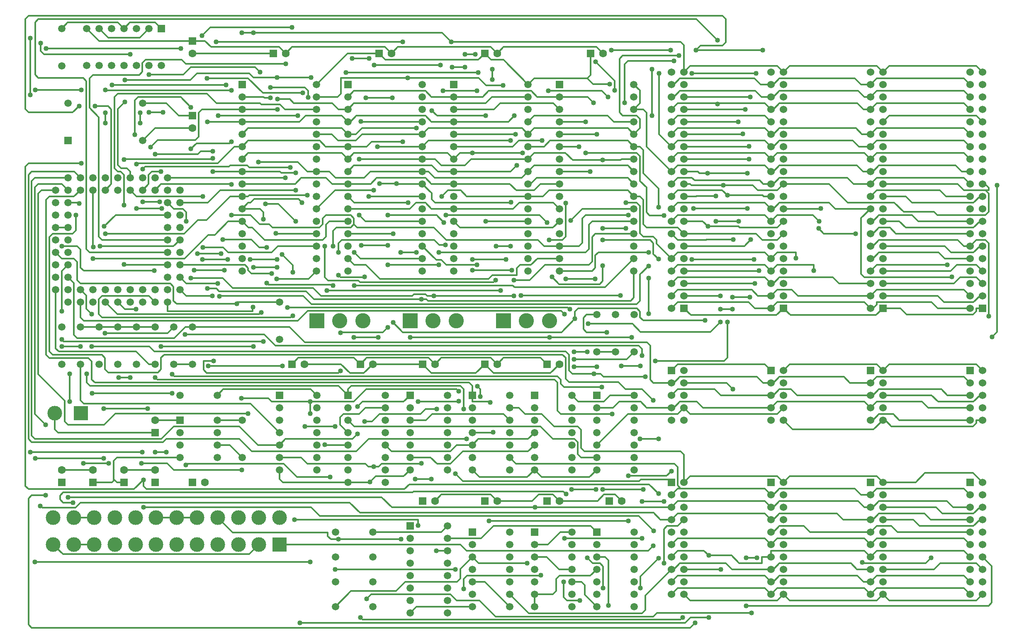
<source format=gbr>
G04 DipTrace 2.3.1.0*
%INTop.gbr*%
%MOIN*%
%ADD13C,0.013*%
%ADD15C,0.063*%
%ADD16R,0.063X0.063*%
%ADD17R,0.122X0.122*%
%ADD18C,0.122*%
%ADD19C,0.06*%
%ADD20R,0.06X0.06*%
%ADD21C,0.0591*%
%ADD22C,0.0591*%
%ADD23R,0.1181X0.1181*%
%ADD24C,0.1181*%
%ADD25R,0.0591X0.0591*%
%ADD26C,0.04*%
%FSLAX44Y44*%
G04*
G70*
G90*
G75*
G01*
%LNTop*%
%LPD*%
X58133Y30396D2*
D13*
X58692Y29837D1*
X65573D1*
X66133Y30396D1*
X31133Y37396D2*
X29627D1*
X29367Y37136D1*
Y36146D1*
X29107Y35886D1*
X24448D1*
X23448Y36886D1*
X23142D1*
X22633Y37396D1*
X39633D2*
X40142Y36886D1*
X47623D1*
X48133Y37396D1*
X34341Y35450D2*
X32198D1*
X38856Y37302D2*
X38271Y37886D1*
X34341D1*
X48633Y32755D2*
X51004D1*
X74133Y30396D2*
X75550D1*
X76045Y29901D1*
X81368D1*
X81627Y30161D1*
Y30396D1*
X82133D1*
X66133D2*
X66692Y29837D1*
X73573D1*
X74133Y30396D1*
X22633Y37396D2*
X21520D1*
X20424Y36300D1*
X19909D1*
X17995Y34386D1*
X10638D1*
X61073Y29279D2*
X60288Y28495D1*
X54649D1*
X53994Y29149D1*
X50451D1*
X31133Y38396D2*
X36115D1*
X36605Y38886D1*
X37362D1*
X37852Y38396D1*
X39633D1*
X24337Y37562D2*
Y38136D1*
X24077Y38396D1*
X22633D1*
X62047Y31293D2*
X63444D1*
X61073Y30319D2*
X62047D1*
X24175Y30059D2*
X24022Y29906D1*
X12623D1*
X11633Y30896D1*
X61073Y31390D2*
X59150D1*
X59144Y31396D1*
X58133D1*
X74133D2*
X78542D1*
X79047Y30891D1*
X81422D1*
X81927Y31396D1*
X82133D1*
X39633Y38396D2*
X44422D1*
X44912Y38886D1*
X47642D1*
X48133Y38396D1*
X22633D2*
X23123Y38886D1*
X23295D1*
X23600Y39191D1*
X27158D1*
X27455Y38893D1*
X82133Y31396D2*
D3*
X11637Y36392D2*
X17974D1*
X19083Y37502D1*
X19765D1*
X21660Y39396D1*
X22633D1*
X74133Y32396D2*
X79831D1*
X80326Y32891D1*
X81638D1*
X82133Y32396D1*
X31133Y39396D2*
X31635Y38893D1*
X35965D1*
X58133Y32396D2*
X63832D1*
X51621Y33826D2*
Y32592D1*
X51361Y32332D1*
X48113D1*
X47528Y32917D1*
X56103Y34346D2*
X55686Y34763D1*
Y35627D1*
X55426Y35886D1*
X51635D1*
X51621Y35873D1*
X39018Y37886D2*
X46554D1*
X47138Y37302D1*
X22633Y39396D2*
X23123D1*
X23204Y39478D1*
X27878D1*
X51621Y35873D2*
D3*
X22633Y40396D2*
X26895D1*
X27386Y40886D1*
X29377D1*
X29867Y40396D1*
X31133D1*
X57133Y30396D2*
X57627Y30891D1*
X63331D1*
X63826Y30396D1*
X65133D1*
X83322Y40290D2*
Y28500D1*
X82899Y28077D1*
X14106Y30319D2*
X13210D1*
X12633Y30896D1*
X5596Y18821D2*
X14593D1*
X5596Y52113D2*
Y47566D1*
X39633Y40396D2*
X44149D1*
X44659Y39886D1*
X46112D1*
X46622Y40396D1*
X48133D1*
X31133D2*
X32963D1*
X33453Y40886D1*
X37362D1*
X37852Y40396D1*
X39633D1*
X73133Y30396D2*
X73327D1*
X73627Y30696D1*
Y30891D1*
X78040D1*
X78535Y30396D1*
X81133D1*
X73133D2*
D3*
X65133D2*
X65627Y30891D1*
X72638D1*
X73133Y30396D1*
X31133Y41396D2*
X31623Y41886D1*
X37882D1*
X38372Y41396D1*
X39633D1*
X48133D2*
X50612D1*
X74133Y33396D2*
X79571D1*
X80066Y33891D1*
X81638D1*
X82133Y33396D1*
X58133D2*
X64150D1*
X9884Y17911D2*
X11897D1*
X36777Y12909D2*
Y13396D1*
X26838D1*
X39633Y41396D2*
X44217D1*
X44702Y41882D1*
X22633Y41396D2*
X25679D1*
X25779Y41297D1*
X26936D1*
X20279Y41396D2*
X22633D1*
X20277Y42466D2*
D3*
X13137Y42374D2*
X20185D1*
X20277Y42466D1*
X22633Y42396D2*
X23123Y42886D1*
X30642D1*
X31133Y42396D1*
X45027Y31423D2*
X53050D1*
X57133Y31396D2*
X57627Y31891D1*
X63591D1*
X64086Y31396D1*
X65133D1*
X18523Y43213D2*
X18966Y43656D1*
X21630D1*
X21771Y43798D1*
X14138Y38406D2*
X16185D1*
X41779Y23303D2*
Y23887D1*
X41552Y24115D1*
X41130Y34314D2*
X43825D1*
X41130Y42888D2*
X45157D1*
X39633Y42396D2*
X40125Y42888D1*
X41130D1*
X31133Y42396D2*
X31623Y42886D1*
X39142D1*
X39633Y42396D1*
X73133Y31396D2*
X73627Y31891D1*
X80638D1*
X81133Y31396D1*
X65133D2*
X65627Y31891D1*
X66797D1*
X67292Y31396D1*
X73133D1*
X35543Y43798D2*
X33043D1*
X32641Y43396D1*
X31133D1*
X58766Y34314D2*
X63768D1*
X36647Y34898D2*
X35381D1*
X36550Y16644D2*
X37849D1*
X39633Y43396D2*
X44361D1*
X44860Y43895D1*
X46749D1*
X48133Y43396D2*
X49684D1*
X49704Y43376D1*
X14138Y41979D2*
D3*
X22633Y43396D2*
X22019D1*
X20672Y42049D1*
X14209D1*
X14138Y41979D1*
X31133Y43396D2*
X29352D1*
X28862Y43886D1*
X23123D1*
X22633Y43396D1*
X49704Y43376D2*
D3*
X39633Y44396D2*
X44591D1*
X44605Y44383D1*
X48133Y44396D2*
X51120D1*
X51134Y44383D1*
X22633Y44396D2*
X23123Y44886D1*
X30642D1*
X31133Y44396D1*
X57133Y32396D2*
X57627Y32891D1*
X64638D1*
X65133Y32396D1*
X11508Y22328D2*
X15048D1*
X6018Y18333D2*
X11508D1*
X9721Y47955D2*
X6018D1*
X21771Y47923D2*
X11670D1*
X11637Y47955D1*
X44605Y44383D2*
D3*
X51134D2*
D3*
X31133Y44396D2*
X31770D1*
X32276Y44902D1*
X36647D1*
X65133Y32396D2*
X65327D1*
X65822Y32891D1*
X70114D1*
X70609Y32396D1*
X73133D1*
X65133D2*
D3*
X11637Y47955D2*
D3*
X58133Y35396D2*
X63000D1*
X63509Y35905D1*
X45617Y43396D2*
X46898D1*
X47389Y43886D1*
X53627D1*
X54117Y43396D1*
X33497Y43376D2*
D3*
X19400Y52308D2*
X20082Y52990D1*
X26643D1*
X14626Y38958D2*
X15990D1*
X74133Y35396D2*
X79106D1*
X79611Y34891D1*
X81422D1*
X81927Y35396D1*
X82133D1*
X54117Y43396D2*
X54607D1*
X54867Y43136D1*
Y41249D1*
X56103Y40013D1*
Y38536D1*
X37117Y43396D2*
X37616Y43895D1*
X44215D1*
X33497Y43376D2*
X33517Y43396D1*
X37117D1*
X82133Y35396D2*
D3*
X73133Y33396D2*
X73628Y33891D1*
X79294D1*
X26708Y29799D2*
X26556Y29646D1*
X11383D1*
X11123Y29906D1*
Y31127D1*
X11383Y31386D1*
X15142D1*
X15633Y30896D1*
X25831Y34736D2*
X26708Y33859D1*
Y33274D1*
X57133Y33396D2*
X57627Y33891D1*
X64638D1*
X65133Y33396D1*
X51621Y36815D2*
X53472D1*
X51621Y42304D2*
X53039D1*
X53131Y42396D1*
X54117D1*
X45617D2*
X46107Y42886D1*
X48623D1*
X49205Y42304D1*
X51621D1*
X37117Y42396D2*
X38132D1*
X38641Y41886D1*
X40524D1*
X41034Y42396D1*
X45617D1*
X32040D2*
X37117D1*
X68575Y33404D2*
D3*
X65133Y33396D2*
X65627Y33891D1*
X68583D1*
Y33604D1*
X68575Y33597D1*
Y33404D1*
X66133Y36396D2*
X65627Y35891D1*
X64438D1*
X63933Y36396D1*
X58133D1*
X37117Y39396D2*
X32830D1*
X32815Y39381D1*
X30379Y33047D2*
X30536Y32890D1*
X32430D1*
X32457Y32917D1*
X16120Y27330D2*
X23525D1*
X45617Y39396D2*
X40684D1*
X40194Y39886D1*
X39167D1*
X38661Y39381D1*
X54117Y39396D2*
X53627Y39886D1*
X47291D1*
X46801Y39396D1*
X45617D1*
X58133Y36396D2*
X57638Y36891D1*
X55127D1*
X54867Y37151D1*
Y39136D1*
X54607Y39396D1*
X54117D1*
X32815Y39381D2*
D3*
X32457Y32917D2*
D3*
X54117Y41396D2*
X53627Y41886D1*
X46107D1*
X45617Y41396D1*
X23493Y30481D2*
D3*
X67146Y34411D2*
D3*
X73133Y34396D2*
D3*
X28617Y41396D2*
X27867D1*
X27122Y42141D1*
X23948D1*
X37117Y41396D2*
X32944D1*
X32434Y40886D1*
X30137D1*
X29627Y41396D1*
X28617D1*
X45617D2*
X45107Y40886D1*
X38122D1*
X37612Y41396D1*
X37117D1*
X23481Y30469D2*
Y30166D1*
X16633D1*
Y30896D1*
X57133Y34396D2*
X55946Y35583D1*
Y35886D1*
X55686Y36146D1*
X54867D1*
X54607Y36406D1*
Y38634D1*
X54347Y38893D1*
X53472D1*
X65133Y34396D2*
X64638Y34891D1*
X57627D1*
X57133Y34396D1*
X67146Y34411D2*
Y34609D1*
X67149Y34611D1*
Y34891D1*
X65627D1*
X65133Y34396D1*
X73133D2*
X73327D1*
X73822Y34891D1*
X78603D1*
X79098Y34396D1*
X81133D1*
X20245Y31390D2*
X18138D1*
X17633Y31896D1*
X44508Y45877D2*
X44027Y45396D1*
X39633D1*
X73133Y35396D2*
D3*
X48133Y45396D2*
X50217D1*
X56525Y37854D2*
X55386D1*
X55127Y38114D1*
Y40112D1*
X54607Y40631D1*
Y42629D1*
X54347Y42888D1*
X50224D1*
X22633Y45396D2*
X19862D1*
X31133D2*
X30642Y45886D1*
X27738D1*
X27248Y45396D1*
X22633D1*
X31133D2*
D3*
X39633D2*
X37852D1*
X37362Y45886D1*
X31818D1*
X31327Y45396D1*
X31133D1*
X81133Y35396D2*
X81627Y35891D1*
X82380D1*
X82639Y35631D1*
Y29766D1*
X73133Y35396D2*
X73327D1*
X73822Y35891D1*
X80130D1*
X80625Y35396D1*
X81133D1*
X28617Y44396D2*
X29825D1*
X30334Y43886D1*
X31775D1*
X32285Y44396D1*
X37117D1*
X66133Y37396D2*
X65627Y36891D1*
X62615D1*
X62529Y36977D1*
X60066D1*
X19823Y48897D2*
X23123D1*
X24292Y47728D1*
X27520D1*
X6863Y51301D2*
X17711D1*
X15568Y33404D2*
X9902D1*
X9642Y33664D1*
Y35127D1*
X9383Y35386D1*
X8131D1*
X74133Y37396D2*
X75453D1*
X75958Y36891D1*
X81422D1*
X81927Y37396D1*
X82133D1*
X54117Y44396D2*
X54607Y44886D1*
Y45627D1*
X54347Y45886D1*
X53217D1*
X52958Y46146D1*
Y50456D1*
X53217Y50716D1*
X57727D1*
X45617Y44396D2*
X46107Y44886D1*
X53627D1*
X54117Y44396D1*
X37117D2*
X37607Y44886D1*
X45127D1*
X45617Y44396D1*
X60066Y36977D2*
X59646Y37396D1*
X58133D1*
X82133D2*
D3*
X62112Y35905D2*
X59955D1*
X59941Y35891D1*
X57638D1*
X57133Y36396D1*
X71953Y36392D2*
X69387D1*
X68965Y36815D1*
X39633Y46396D2*
X42885D1*
X43375Y46886D1*
X47642D1*
X48133Y46396D1*
X27098Y45877D2*
X24320D1*
X24310Y45886D1*
X20709D1*
X20699Y45877D1*
X20667Y32397D2*
X18132D1*
X17633Y32896D1*
X37117Y45396D2*
X32191D1*
X32165Y45422D1*
X73133Y36396D2*
D3*
X32165Y45422D2*
D3*
X73133Y36396D2*
X73327D1*
X73822Y36891D1*
X74691D1*
X75186Y36396D1*
X81133D1*
X25474Y46396D2*
X22633D1*
X25474Y47208D2*
X26464D1*
X26786Y46886D1*
X29878D1*
X30368Y46396D1*
X31133D1*
X52043Y47403D2*
X51556Y47890D1*
X47236D1*
X66133Y38396D2*
X69118D1*
X69128Y38406D1*
X58896D2*
X63249D1*
X22633Y46396D2*
X19402D1*
X19142Y46136D1*
Y44176D1*
X18883Y43916D1*
X15848D1*
X15275Y43343D1*
X31133Y46396D2*
X31623Y46886D1*
X42211D1*
X42721Y47396D1*
X45617D1*
X57133Y37396D2*
X57627Y37891D1*
X64638D1*
X65133Y37396D1*
X24922Y47306D2*
X24435D1*
X24344Y47396D1*
X22633D1*
X27943Y47338D2*
Y47890D1*
X27683Y48150D1*
X24922D1*
X31133Y47396D2*
X31623Y47886D1*
X37362D1*
X37852Y47396D1*
X39633D1*
X25019Y33177D2*
X23383D1*
X23123Y33437D1*
Y33636D1*
X22863Y33896D1*
X17633D1*
X57337Y50294D2*
X53635D1*
X53375Y50034D1*
Y46916D1*
X73133Y37396D2*
D3*
X65133D2*
X65627Y37891D1*
X68506D1*
X68998Y37399D1*
X48133Y47396D2*
X50393D1*
X50874Y46916D1*
X39633Y47396D2*
X41961D1*
X42452Y47886D1*
X45862D1*
X46352Y47396D1*
X48133D1*
X73133Y37396D2*
X73327D1*
X73822Y37891D1*
X76483D1*
X76977Y37396D1*
X81133D1*
X60715Y39413D2*
X59155D1*
X59139Y39396D1*
X58133D1*
X13132Y33924D2*
D3*
X28617Y46396D2*
X26066D1*
X25672Y46791D1*
X24178D1*
X24082Y46886D1*
X20560D1*
X19801Y47646D1*
X12642D1*
X12383Y47386D1*
Y41646D1*
X12642Y41386D1*
X12872D1*
X13132Y41127D1*
Y38698D1*
X32587Y47306D2*
X34698D1*
X62534Y37399D2*
X60715D1*
X74133Y39396D2*
X75969D1*
X76474Y38891D1*
X81422D1*
X81927Y39396D1*
X82133D1*
X13132Y33924D2*
X13159Y33896D1*
X16633D1*
X82133Y39396D2*
D3*
X20797Y31358D2*
D3*
X57133Y38396D2*
X57627Y38891D1*
X64638D1*
X65133Y38396D1*
X20797Y31358D2*
X20825Y31386D1*
X27540D1*
X28205Y30721D1*
X54347D1*
X54607Y30981D1*
Y33110D1*
X55291Y33794D1*
X79684Y32917D2*
D3*
X73133Y38396D2*
X72378Y37642D1*
Y33151D1*
X72638Y32891D1*
X79658D1*
X79684Y32917D1*
X65133Y38396D2*
X65327D1*
X65822Y38891D1*
X69801D1*
X70296Y38396D1*
X73133D1*
X65133D2*
D3*
X58133Y40396D2*
X58630D1*
X58737Y40290D1*
X61300D1*
X60845Y51950D2*
X59149Y53646D1*
X6251D1*
X5991Y53386D1*
Y49180D1*
X6251Y48921D1*
X9863D1*
X10123Y48661D1*
Y35156D1*
X10383Y34896D1*
X16633D1*
X66133Y40396D2*
X69803D1*
X71308Y38891D1*
X75053D1*
X75793Y38151D1*
X78237D1*
X78497Y37891D1*
X82368D1*
X82627Y38151D1*
Y39631D1*
X82368Y39891D1*
X80630D1*
X80125Y40396D1*
X74133D1*
X82368Y39891D2*
X82627D1*
Y40096D1*
X82327Y40396D1*
X82133D1*
X61300Y40290D2*
X63659D1*
X64058Y39891D1*
X65627D1*
X66133Y40396D1*
X82133D2*
D3*
X63249Y41264D2*
X60033D1*
X26124Y50067D2*
X18100D1*
X17773Y50394D1*
X14883D1*
X14623Y50135D1*
Y49422D1*
X14363Y49162D1*
X10642D1*
X10383Y48902D1*
Y46506D1*
X11123Y45765D1*
Y36156D1*
X11383Y35896D1*
X16633D1*
X33237Y49969D2*
X38564D1*
X31613Y28045D2*
X33562D1*
X60033Y41264D2*
X59389D1*
X59257Y41396D1*
X58133D1*
X81133Y40396D2*
X80638Y40891D1*
X73627D1*
X73133Y40396D1*
X25864Y25739D2*
X19920D1*
X27683Y20899D2*
X30119D1*
X65133Y40396D2*
X64522D1*
X64234Y40685D1*
X58993D1*
X58787Y40891D1*
X57627D1*
X57133Y40396D1*
X65133D2*
D3*
X73133D2*
X71774D1*
X71279Y40891D1*
X65822D1*
X65327Y40396D1*
X65133D1*
X18101Y17781D2*
X18206Y17886D1*
X25959D1*
X27039Y16807D1*
X29697D1*
X10143Y25122D2*
Y24406D1*
X10403Y24146D1*
X30383D1*
X31133Y23396D1*
X57133Y16396D2*
X56912Y16617D1*
X54680D1*
X54550Y16487D1*
X40377D1*
X39765Y17099D1*
X10663Y35321D2*
D3*
X31133Y23396D2*
Y23886D1*
X31392Y24146D1*
X40188D1*
X40448Y23886D1*
Y22296D1*
X10663Y35321D2*
X10633Y35351D1*
Y39896D1*
X58133Y13396D2*
X57627Y12891D1*
X56785D1*
X56525Y12631D1*
Y9888D1*
X6830Y15345D2*
X5717D1*
X5457Y15085D1*
Y4946D1*
X5717Y4686D1*
X58631D1*
X59026Y5081D1*
X6830Y21029D2*
X5977Y21883D1*
Y40127D1*
X6237Y40386D1*
X8142D1*
X8633Y39896D1*
X74133Y13396D2*
X76562D1*
X77067Y12891D1*
X81422D1*
X81927Y13396D1*
X82133D1*
X13651Y24829D2*
X12709D1*
X55713Y12487D2*
X54506Y13694D1*
X28862D1*
X28185Y14371D1*
X14723D1*
X9721Y42044D2*
X5457D1*
X5198Y41784D1*
Y16097D1*
X5457Y15837D1*
X13949D1*
X14691Y16579D1*
X9526Y38828D2*
D3*
X65133Y12396D2*
D3*
X14691Y16579D2*
Y16097D1*
X14950Y15837D1*
X35678D1*
X36068Y16227D1*
X55351D1*
X56103Y15475D1*
X9526Y38828D2*
X9458Y38896D1*
X8633D1*
X73133Y12396D2*
X73627Y12891D1*
X74799D1*
X75294Y12396D1*
X81133D1*
X65133D2*
X65327D1*
X65822Y12891D1*
X67762D1*
X68257Y12396D1*
X73133D1*
X9266Y37886D2*
Y36646D1*
X9007Y36386D1*
X7402D1*
X7142Y36127D1*
Y26906D1*
X7402Y26646D1*
X11363D1*
X11623Y26386D1*
Y25484D1*
X11883Y25224D1*
X15863D1*
X16123Y25484D1*
Y26406D1*
X16383Y26666D1*
X48383D1*
X48642Y26406D1*
Y24705D1*
X48902Y24445D1*
X52889D1*
X53447Y23886D1*
X54772D1*
X55681Y22978D1*
X66133Y21396D2*
X66887Y20642D1*
X73378D1*
X74133Y21396D1*
X74327D1*
X74822Y20901D1*
X81368D1*
X81627Y21161D1*
Y21396D1*
X82133D1*
X74133D2*
D3*
X14633Y46896D2*
X16552D1*
X17552Y45896D1*
X18633D1*
X51133Y10396D2*
X51816D1*
X52075Y10136D1*
Y6478D1*
X57133Y23396D2*
X57627Y23891D1*
X60616D1*
X61110Y23396D1*
X65133D1*
X38240Y10896D2*
X39125D1*
X73133Y23396D2*
X73327D1*
X73822Y23891D1*
X78828D1*
X79323Y23396D1*
X81133D1*
X73133D2*
D3*
X65133D2*
X65327D1*
X65822Y23891D1*
X66739D1*
X67234Y23396D1*
X73133D1*
X65133D2*
D3*
X49125Y12396D2*
X48194D1*
X47194Y11396D1*
X46133D1*
X58133Y24396D2*
X61571D1*
X62079Y23887D1*
X51621Y15832D2*
X54869D1*
X51069D2*
X49120D1*
X58133Y7396D2*
X58627Y6901D1*
X65638D1*
X66133Y7396D1*
X58052Y5504D2*
X57889Y5341D1*
X32295D1*
X32133Y5504D1*
X74133Y7396D2*
X74627Y6901D1*
X81638D1*
X82133Y7396D1*
X66133D2*
X66627Y6901D1*
X73638D1*
X74133Y7396D1*
X29283Y19396D2*
X31133D1*
X53667Y13299D2*
X42461D1*
X57142Y17294D2*
X56753Y16904D1*
X53667D1*
X73133Y21396D2*
X73327D1*
X73822Y21891D1*
X74960D1*
X75455Y21396D1*
X81133D1*
X49055Y37464D2*
X49987Y38396D1*
X54117D1*
X34125Y19396D2*
X34635Y18886D1*
X39360D1*
X39870Y19396D1*
X41133D1*
X41623Y19886D1*
X45623D1*
X46133Y20396D1*
X40025Y22913D2*
D3*
X36783Y22886D2*
X39999D1*
X40025Y22913D1*
X33204Y39900D2*
X30121D1*
X28617Y38396D1*
X38271Y22296D2*
X37377D1*
X36967Y21886D1*
X33673D1*
X33076Y21289D1*
X32457D1*
X22616Y52568D2*
X23525D1*
X40545Y49774D2*
X39506D1*
X74133Y49396D2*
X74627Y49891D1*
X81638D1*
X82133Y49396D1*
X66133D2*
X66627Y49891D1*
X73638D1*
X74133Y49396D1*
X58133D2*
X58627Y49891D1*
X65638D1*
X66133Y49396D1*
X39441Y51821D2*
X57873D1*
X58133Y51561D1*
Y49396D1*
X23525Y52568D2*
X38694D1*
X39441Y51821D1*
X10793Y46656D2*
X11863D1*
X12123Y46396D1*
Y40386D1*
X11633Y39896D1*
X64483Y51138D2*
X59091D1*
X38986Y35483D2*
X38478D1*
X38075Y35886D1*
X30638D1*
X30379Y35627D1*
Y34898D1*
X23265Y34314D2*
X25442D1*
X59091Y51138D2*
X59486Y51533D1*
X61240D1*
X61500Y51793D1*
Y53646D1*
X61240Y53906D1*
X5457D1*
X5198Y53646D1*
Y46406D1*
X5457Y46146D1*
X9016D1*
X9526Y46656D1*
X57077Y51138D2*
X52303D1*
X21479Y34314D2*
X19433D1*
X30541Y25349D2*
X30379Y25187D1*
X19785D1*
X19525Y25447D1*
Y26161D1*
X20342D1*
X34341Y28857D2*
X33924Y28440D1*
X30546D1*
X38434Y33891D2*
X34341D1*
X12157Y48345D2*
X21349D1*
X11637Y45292D2*
Y46104D1*
X58766Y49287D2*
X63931D1*
X28105Y21906D2*
Y22886D1*
X25010D1*
X24756Y23140D1*
X22583D1*
X25409Y32755D2*
X27975D1*
X28617Y33396D1*
X58133Y47396D2*
X63469D1*
X44313Y33469D2*
X41130D1*
X14431Y46104D2*
Y45292D1*
X6441Y51723D2*
Y51073D1*
X6700Y50814D1*
X13651D1*
X28105Y9986D2*
X5986D1*
X28105Y22886D2*
X31623D1*
X32623Y23886D1*
X39864D1*
X40025Y23725D1*
X43403Y31813D2*
X29437D1*
X57133Y48396D2*
D3*
X23525Y33697D2*
X25442D1*
X19043Y34801D2*
X20927D1*
X14009Y44350D2*
Y47127D1*
X14268Y47386D1*
X17696D1*
X18523Y46559D1*
X73133Y48396D2*
X73627Y48891D1*
X80638D1*
X81133Y48396D1*
X65133D2*
X65327D1*
X65822Y48891D1*
X71883D1*
X72378Y48396D1*
X73133D1*
X65133D2*
D3*
X57133D2*
X57327D1*
X57822Y48891D1*
X63818D1*
X64313Y48396D1*
X65133D1*
X42754Y49612D2*
Y48800D1*
X55583Y45877D2*
Y49612D1*
X28617Y35396D2*
X25502D1*
X24992Y34886D1*
X21523D1*
X21121Y35288D1*
X19465D1*
X29274Y35385D2*
Y32890D1*
X29534Y32630D1*
X31973D1*
X32108Y32495D1*
X42851D1*
X43013Y32657D1*
X58133Y46396D2*
X63086D1*
X44215Y35385D2*
X43046D1*
X19459Y39386D2*
X14142D1*
X13633Y39896D1*
X28170Y48962D2*
X25442D1*
X13197Y46981D2*
X12642Y46427D1*
Y41906D1*
X12902Y41646D1*
X13373D1*
X13633Y41386D1*
Y40896D1*
X57133Y47396D2*
D3*
X41617Y49352D2*
X30963D1*
X25344Y36425D2*
D3*
X25442Y48962D2*
X23548D1*
X23218Y49292D1*
X18996D1*
X18471Y48767D1*
X13197D1*
X73133Y47396D2*
X73627Y47891D1*
X80638D1*
X81133Y47396D1*
X65133D2*
X65327D1*
X65822Y47891D1*
X72130D1*
X72625Y47396D1*
X73133D1*
X65133D2*
D3*
X57133D2*
X57327D1*
X57822Y47891D1*
X63883D1*
X64378Y47396D1*
X65133D1*
X52568Y47928D2*
Y48697D1*
X51036Y50229D1*
X25344Y36425D2*
X25373Y36396D1*
X28617D1*
X26936Y37399D2*
X25539Y38796D1*
X24500D1*
X74133Y45396D2*
X74627Y45891D1*
X81638D1*
X82133Y45396D1*
X24077Y49385D2*
X23683Y49779D1*
X18491D1*
X17901Y49190D1*
X15145D1*
X16282Y46169D2*
X15145D1*
X16120Y41394D2*
X15383D1*
X15123Y41135D1*
Y40386D1*
X14633Y39896D1*
X37882Y46299D2*
X38294Y45886D1*
X42192D1*
X42201Y45877D1*
X31483Y50489D2*
X32847D1*
X62495Y45396D2*
X58133D1*
X42204Y37396D2*
X45617D1*
X14626Y41589D2*
X14826Y41789D1*
X21563D1*
X21660Y41886D1*
X23039D1*
X23206Y41719D1*
X26513D1*
X81133Y46396D2*
X80638Y46891D1*
X73627D1*
X73133Y46396D1*
X34763Y29247D2*
X35548Y28462D1*
X48303D1*
X49380Y29539D1*
X31133Y36396D2*
X34760D1*
X60845Y46819D2*
X60773Y46891D1*
X57627D1*
X57133Y46396D1*
X60845Y46819D2*
D3*
X65133Y46396D2*
X64638Y46891D1*
X60918D1*
X60845Y46819D1*
X65133Y46396D2*
D3*
X73133D2*
X72559D1*
X72064Y46891D1*
X65822D1*
X65327Y46396D1*
X65133D1*
X49380Y29539D2*
Y30127D1*
X49639Y30386D1*
X54363D1*
X54623Y30127D1*
Y29666D1*
X54883Y29406D1*
X59835D1*
X53667Y37886D2*
X50241D1*
X49982Y37627D1*
Y35656D1*
X49722Y35396D1*
X48133D1*
X58133Y44396D2*
X62840D1*
X62859Y44415D1*
X21771Y40355D2*
D3*
X48133Y35396D2*
X46891D1*
X46401Y35886D1*
X39036D1*
X38036Y36886D1*
X31883D1*
X31623Y37146D1*
Y37627D1*
X31363Y37886D1*
X29367D1*
X29107Y37627D1*
Y37146D1*
X28847Y36886D1*
X25079D1*
X24819Y37146D1*
X24053D1*
X23312Y37886D1*
X21771D1*
X31623Y37146D2*
X31363Y36886D1*
X30216D1*
X29956Y36627D1*
Y35385D1*
X62859Y44415D2*
D3*
X21771Y40355D2*
X21740Y40386D1*
X16123D1*
X15633Y39896D1*
X48633Y38861D2*
Y36146D1*
X48373Y35886D1*
X47315D1*
X47301Y35873D1*
X31133Y34396D2*
X31642Y33886D1*
X32573D1*
X33705Y32755D1*
X42448D1*
X42745Y33052D1*
X44708D1*
Y33627D1*
X44967Y33886D1*
X45852D1*
X46362Y34396D1*
X48133D1*
X57133Y45396D2*
X57627Y45891D1*
X64638D1*
X65133Y45396D1*
X24597Y32430D2*
X24754Y32273D1*
X29919D1*
X29956Y32235D1*
X21089Y35905D2*
X23380D1*
X23997Y35288D1*
X24597D1*
X15633Y42791D2*
X19067D1*
X19294Y43018D1*
X20277D1*
X47301Y35873D2*
D3*
X29956Y32235D2*
D3*
X54117Y33396D2*
Y31241D1*
X53857Y30981D1*
X37582D1*
X37432Y31131D1*
X37037D1*
X58133Y43396D2*
X63367D1*
X63379Y43408D1*
X37037Y31131D2*
X28392D1*
X27770Y31753D1*
X20783D1*
X20561Y31975D1*
X19855D1*
X31645Y34898D2*
X32147Y34396D1*
X37117D1*
X26091Y40875D2*
D3*
X57133Y44396D2*
X57627Y44891D1*
X64638D1*
X65133Y44396D1*
X54117Y34396D2*
X51793Y32073D1*
X44529D1*
X44367Y32235D1*
X31645D1*
X26091Y40875D2*
X26070Y40896D1*
X16633D1*
X73133Y44396D2*
X73627Y44891D1*
X80638D1*
X81133Y44396D1*
X65133D2*
X65327D1*
X65822Y44891D1*
X71958D1*
X72453Y44396D1*
X73133D1*
X65133D2*
D3*
X56135Y49287D2*
Y44393D1*
X57133Y43396D1*
X41357Y50814D2*
X40545D1*
X20537Y51821D2*
X35543D1*
X41519Y33891D2*
X39026D1*
X38631Y34286D1*
X38227D1*
X37117Y35396D1*
X38759Y47890D2*
X41519D1*
X73133Y43396D2*
X73627Y43891D1*
X80638D1*
X81133Y43396D1*
X65133D2*
X65327D1*
X65822Y43891D1*
X71698D1*
X72193Y43396D1*
X73133D1*
X65133D2*
D3*
X57133D2*
X57627Y43891D1*
X64638D1*
X65133Y43396D1*
X44475Y31390D2*
X38044D1*
X18134Y37399D2*
Y38127D1*
X17874Y38386D1*
X17142D1*
X16633Y38896D1*
X58133Y42396D2*
X63374D1*
X54117Y36396D2*
X51021D1*
X50761Y36136D1*
Y34146D1*
X50501Y33886D1*
X46981D1*
X45752Y32657D1*
X44475D1*
X38044Y31390D2*
X37499D1*
X37364Y31525D1*
X36450D1*
X36315Y31390D1*
X28963D1*
X28341Y32013D1*
X21869D1*
X21062Y32820D1*
X18523D1*
X57133Y42396D2*
X57627Y42891D1*
X64638D1*
X65133Y42396D1*
X54117Y37396D2*
X50761D1*
X50501Y37136D1*
Y35158D1*
X50241Y34898D1*
X38434D1*
X26936Y39900D2*
X20864D1*
X19860Y38896D1*
X17633D1*
X37117Y37396D2*
X32525D1*
X32035Y37886D1*
X73133Y42396D2*
X73627Y42891D1*
X80638D1*
X81133Y42396D1*
X65133D2*
X65627Y42891D1*
X72638D1*
X73133Y42396D1*
X23103Y21906D2*
X12431D1*
X11549Y21024D1*
X8633D1*
X8373Y21284D1*
Y22963D1*
X6237Y25099D1*
Y39636D1*
X6497Y39896D1*
X7633D1*
X48957Y30319D2*
X48815Y30461D1*
X26299D1*
X26286Y30448D1*
X58133Y9396D2*
X61100D1*
X74133D2*
X78252D1*
X78747Y9891D1*
X81638D1*
X82133Y9396D1*
X40448Y7810D2*
Y8627D1*
X40707Y8886D1*
X46624D1*
X46651Y8914D1*
X30119Y9401D2*
X39765D1*
X46651Y8914D2*
D3*
X45547Y9888D2*
X41640D1*
X41133Y10396D1*
X40160Y9424D1*
Y8646D1*
X39900Y8386D1*
X35753D1*
X35012Y7646D1*
X31383D1*
X30133Y6396D1*
X36133Y21396D2*
X37404D1*
X37894Y21886D1*
X43635D1*
X44125Y21396D1*
X49315Y26291D2*
X53527D1*
X54133Y26896D1*
X57133Y7396D2*
X57627Y7891D1*
X64638D1*
X65133Y7396D1*
X49769Y6900D2*
X48730D1*
X48470Y7160D1*
Y8394D1*
X73133Y7396D2*
X73627Y7891D1*
X80638D1*
X81133Y7396D1*
X65133D2*
X65627Y7891D1*
X72638D1*
X73133Y7396D1*
X51946Y28467D2*
X50316D1*
X50057Y28727D1*
Y29636D1*
X50316Y29896D1*
X51133D1*
X54641Y7875D2*
Y8817D1*
X56103Y10278D1*
X82133Y10396D2*
X82887Y9642D1*
Y6705D1*
X82627Y6446D1*
X63151D1*
Y10311D2*
X63996D1*
X51653Y7875D2*
Y9627D1*
X51393Y9886D1*
X50811D1*
X50386Y10311D1*
X36133Y18396D2*
X37786D1*
X38296Y17886D1*
X39375D1*
X40375Y18886D1*
X45623D1*
X46133Y19396D1*
X73133Y9396D2*
X72053D1*
X71558Y9891D1*
X65822D1*
X65327Y9396D1*
X65133D1*
X57133D2*
X55036Y7300D1*
Y6121D1*
X54776Y5861D1*
X45660D1*
X44125Y7396D1*
X57133Y9396D2*
D3*
X65133D2*
X62009D1*
X61515Y9891D1*
X57822D1*
X57327Y9396D1*
X57133D1*
X65133D2*
D3*
X81133Y14396D2*
X79777D1*
X79282Y14891D1*
X73822D1*
X73327Y14396D1*
X73133D1*
X46164Y14371D2*
X34668D1*
X33856Y15183D1*
X8649D1*
X57133Y14396D2*
X54746D1*
X54720Y14371D1*
X46164D1*
X65133Y14396D2*
X64638Y14891D1*
X57627D1*
X57133Y14396D1*
X65133D2*
D3*
X73133D2*
X72625D1*
X72130Y14891D1*
X65822D1*
X65327Y14396D1*
X65133D1*
X73133D2*
D3*
X10533Y29929D2*
X10123Y30339D1*
Y31406D1*
X9633Y31896D1*
X55031Y24894D2*
X51683D1*
X51456Y25122D1*
X50906D1*
X74133Y23396D2*
X78055D1*
X78561Y22891D1*
X81422D1*
X81927Y23396D1*
X82133D1*
X50906Y25122D2*
X49162D1*
X48902Y25382D1*
Y26666D1*
X48642Y26926D1*
X15575D1*
X15170Y27330D1*
X10533D1*
X82133Y23396D2*
D3*
X51133Y22396D2*
X52451D1*
X52941Y22886D1*
X54665D1*
X55155Y22396D1*
X57133D1*
X48535Y29929D2*
X48262Y30201D1*
X27918D1*
X27103Y29386D1*
X9892D1*
X9633Y29646D1*
Y30896D1*
X50386Y26876D2*
X49315D1*
X73133Y22396D2*
X73627Y22891D1*
X77288D1*
X77783Y22396D1*
X81133D1*
X65133D2*
X65627Y22891D1*
X72638D1*
X73133Y22396D1*
X57133D2*
X57327D1*
X57822Y22891D1*
X59181D1*
X59676Y22396D1*
X65133D1*
X57133D2*
D3*
X66133D2*
X65627Y21891D1*
X58638D1*
X58133Y22396D1*
X16997Y23563D2*
X10566D1*
X51556Y24050D2*
X48509D1*
X48249Y24310D1*
Y24667D1*
X47989Y24927D1*
X17159D1*
X16997Y25089D1*
X58133Y22396D2*
X57627Y21891D1*
X53627D1*
X51133Y19396D1*
X9633Y25896D2*
Y22987D1*
X9892Y22727D1*
X23302D1*
X25633Y20396D1*
X57133Y8396D2*
X57627Y8891D1*
X64638D1*
X65133Y8396D1*
X73133D2*
X73627Y8891D1*
X80638D1*
X81133Y8396D1*
X65133D2*
X65327D1*
X65822Y8891D1*
X72075D1*
X72570Y8396D1*
X73133D1*
X65133D2*
D3*
X18036Y28272D2*
X24419D1*
X25305Y27386D1*
X54511D1*
X54771Y27127D1*
Y26583D1*
X57133Y25396D2*
X57627Y25891D1*
X64638D1*
X65133Y25396D1*
X17133Y28896D2*
X16638Y28402D1*
X11605D1*
X15633Y25896D2*
X15128D1*
X14118Y26906D1*
X7892D1*
X7633Y27166D1*
Y31896D1*
X66133Y25396D2*
X66627Y25891D1*
X73638D1*
X74133Y25396D1*
X15633Y24829D2*
X15795Y24667D1*
X47729D1*
X47989Y24407D1*
Y22146D1*
X48249Y21886D1*
X52355D1*
X52368Y21874D1*
X74133Y25396D2*
X74627Y25891D1*
X81638D1*
X82133Y25396D1*
X81133Y24396D2*
X80638Y24891D1*
X73627D1*
X73133Y24396D1*
X18633Y28896D2*
X18078D1*
X17167Y27985D1*
X9383D1*
X9123Y28245D1*
Y32406D1*
X8633Y32896D1*
X57133Y24396D2*
X55686D1*
X55426Y24656D1*
Y27386D1*
X55166Y27646D1*
X27687D1*
X26437Y28896D1*
X18633D1*
X57133Y24396D2*
D3*
X65133D2*
X64491D1*
X63996Y24891D1*
X57822D1*
X57327Y24396D1*
X57133D1*
X65133D2*
D3*
X73133D2*
X71486D1*
X70991Y24891D1*
X65822D1*
X65327Y24396D1*
X65133D1*
X42559Y22816D2*
D3*
X44125Y18396D2*
X44635Y17886D1*
X57368D1*
X57627Y17627D1*
Y16151D1*
X57887Y15891D1*
X64638D1*
X65133Y15396D1*
X57887Y15891D2*
X57627D1*
X57133Y15396D1*
X41133Y23396D2*
Y24146D1*
X40873Y24406D1*
X10798D1*
X10538Y24666D1*
Y26127D1*
X10278Y26386D1*
X7142D1*
X6883Y26646D1*
Y39127D1*
X7142Y39386D1*
X9123D1*
X9633Y39896D1*
X42559Y22816D2*
X42488Y22886D1*
X41133D1*
Y23396D1*
X73133Y15396D2*
X73627Y15891D1*
X80638D1*
X81133Y15396D1*
X65133D2*
X65327D1*
X65822Y15891D1*
X71883D1*
X72378Y15396D1*
X73133D1*
X65133D2*
D3*
X81133Y41396D2*
X80457D1*
X79962Y41891D1*
X73822D1*
X73327Y41396D1*
X73133D1*
X50633Y50896D2*
Y49146D1*
X50373Y48886D1*
X46107D1*
X45617Y48396D1*
X17633Y18396D2*
X12558D1*
X12298Y18136D1*
Y16656D1*
Y16526D1*
X12168Y16396D1*
X10633D1*
X27633Y25896D2*
X30581D1*
X31291Y25187D1*
X32423D1*
X33133Y25896D1*
Y12396D2*
X38625D1*
X39125Y12896D1*
X8133Y52896D2*
X8623Y53386D1*
X12642D1*
X13133Y52896D1*
X18636Y50900D2*
X24101D1*
X24105Y50896D1*
X25133D1*
X20633Y23396D2*
X21123Y23886D1*
X28135D1*
X28625Y23396D1*
X54125D2*
X52206D1*
X51696Y22886D1*
X49635D1*
X49125Y23396D1*
X38133Y14896D2*
X38642Y15406D1*
X42623D1*
X43133Y14896D1*
X20633Y21396D2*
X22633D1*
X49315Y25674D2*
X51134D1*
X10751Y13562D2*
X9097D1*
X9633Y28896D2*
X11133D1*
X52633Y26896D2*
X51133D1*
X18633Y25896D2*
X17133D1*
X8130Y27330D2*
X9624D1*
X50373Y48886D2*
X50849Y48410D1*
X52173D1*
X13133Y16396D2*
X12558D1*
X12298Y16656D1*
X54117Y46396D2*
X54607Y46886D1*
Y47906D1*
X54117Y48396D1*
X57133Y41396D2*
X55127Y43402D1*
Y46136D1*
X54867Y46396D1*
X54117D1*
X65133Y41396D2*
X64638Y41891D1*
X57627D1*
X57133Y41396D1*
X65133D2*
D3*
X73133D2*
X72541D1*
X72046Y41891D1*
X65822D1*
X65327Y41396D1*
X65133D1*
X73133D2*
D3*
X33633Y50896D2*
X31117D1*
X28617Y48396D1*
X42133Y50896D2*
X41623Y50386D1*
X34142D1*
X33633Y50896D1*
X45617Y48396D2*
X43627Y50386D1*
X42642D1*
X42133Y50896D1*
Y25896D2*
X42842Y25187D1*
X47423D1*
X48133Y25896D1*
X37133D2*
X37842Y25187D1*
X41423D1*
X42133Y25896D1*
X33133D2*
X37133D1*
X11216Y35386D2*
X17123D1*
X17633Y35896D1*
X13133Y52896D2*
X13623Y53386D1*
X15642D1*
X16133Y52896D1*
X48133Y14896D2*
X51209D1*
X51718Y15406D1*
X52623D1*
X53133Y14896D1*
X43133D2*
X45954D1*
X46463Y15406D1*
X47623D1*
X48133Y14896D1*
X14133Y28896D2*
X15633D1*
X12633D2*
X14133D1*
X11133D2*
X12633D1*
X51633Y50896D2*
X51123Y51406D1*
X43642D1*
X43133Y50896D1*
X25633Y17396D2*
Y16656D1*
X25892Y16396D1*
X31133D1*
X49125Y8396D2*
X49904D1*
X50164Y8136D1*
Y7365D1*
X51133Y6396D1*
X18633Y44896D2*
X15633D1*
X14633Y43896D1*
X46133Y10396D2*
X47115D1*
X48115Y9396D1*
X49125D1*
X51133Y17396D2*
X50543Y16807D1*
X46722D1*
X46133Y17396D1*
X47133Y25896D2*
X46623Y26406D1*
X43642D1*
X43133Y25896D1*
X36133Y5896D2*
X36633Y6396D1*
X41133D1*
X57133Y39396D2*
X57627Y39891D1*
X61211D1*
X61625Y39478D1*
Y29279D2*
Y26421D1*
X61365Y26161D1*
X55843D1*
X73133Y39396D2*
X73627Y39891D1*
X78707D1*
X79202Y39396D1*
X81133D1*
X21219Y33437D2*
X18783D1*
X15633Y17396D2*
X13133D1*
X10633D2*
X8133D1*
X15633Y21396D2*
X17633D1*
X15711Y13562D2*
X17365D1*
X8633Y36896D2*
X7633D1*
X55291Y34898D2*
X51281D1*
X51021Y34638D1*
Y33656D1*
X50761Y33396D1*
X48133D1*
X16633Y37896D2*
X12459D1*
X11540Y36977D1*
X18636Y51900D2*
X11129D1*
X10133Y52896D1*
X26133Y50896D2*
X25623Y51406D1*
X20129D1*
X19635Y51900D1*
X18636D1*
X34633Y50896D2*
X34123Y51406D1*
X26642D1*
X26133Y50896D1*
X43133D2*
X42623Y51406D1*
X35142D1*
X34633Y50896D1*
X32912Y16417D2*
X33382Y16886D1*
X35623D1*
X36133Y17396D1*
X32912Y16417D2*
D3*
X31133Y16396D2*
X32891D1*
X32912Y16417D1*
X46133Y17396D2*
X45543Y16807D1*
X41722D1*
X41133Y17396D1*
X32133Y25896D2*
X31623Y26406D1*
X27142D1*
X26633Y25896D1*
X38133D2*
X37623Y26406D1*
X32642D1*
X32133Y25896D1*
X43133D2*
X42623Y26406D1*
X38642D1*
X38133Y25896D1*
X61625Y39478D2*
X64471D1*
X64553Y39396D1*
X65133D1*
X17365Y13562D2*
X19018D1*
X15633Y20396D2*
X7847D1*
X7587Y20656D1*
Y21942D1*
X16542Y18821D2*
X15633D1*
X22633Y18396D2*
X21633Y19396D1*
X20633D1*
X14528Y17911D2*
X16620D1*
X17145Y17386D1*
X22611D1*
X15133Y52896D2*
X14396Y52160D1*
X11869D1*
X11133Y52896D1*
X51133Y18396D2*
X49875D1*
X49615Y18656D1*
Y19627D1*
X49355Y19886D1*
X47623D1*
X46623Y20886D1*
X31642D1*
X31133Y21396D1*
X51133Y12396D2*
X50642Y12886D1*
X42846D1*
X41856Y11896D1*
X39125D1*
X41133Y8396D2*
X42125D1*
X44125Y6396D1*
X46133D2*
Y7396D1*
X47615D1*
X47874Y7656D1*
Y8627D1*
X48134Y8886D1*
X50623D1*
X51133Y9396D1*
X35413Y11805D2*
X30379D1*
X29761D1*
X29502Y12065D1*
Y12357D1*
X21877D1*
X20672Y13562D1*
X10751Y11396D2*
X9097D1*
X57133D2*
X57627Y11891D1*
X64638D1*
X65133Y11396D1*
X25633D2*
X40165D1*
X40675Y10886D1*
X55282D1*
X55681Y11285D1*
X23979Y11396D2*
X23194Y10611D1*
X8229D1*
X7444Y11396D1*
X73133D2*
X73627Y11891D1*
X80638D1*
X81133Y11396D1*
X65133D2*
X65627Y11891D1*
X72638D1*
X73133Y11396D1*
X31133Y20396D2*
X30514Y21015D1*
Y21627D1*
X30773Y21886D1*
X32045D1*
X32555Y22396D1*
X34125D1*
X31905Y20282D2*
X31510Y19886D1*
X26123D1*
X25633Y19396D1*
X53927Y28045D2*
X47333D1*
X54117Y45396D2*
X52512D1*
X52022Y45886D1*
X46107D1*
X45617Y45396D1*
X36133Y23396D2*
X35623Y22886D1*
X32301D1*
X31905Y22491D1*
X55323Y29961D2*
Y32820D1*
X54609Y19892D2*
X56103D1*
X53115Y25739D2*
X54641D1*
X25633Y19396D2*
X23897D1*
X22407Y20886D1*
X17142D1*
X16142Y19886D1*
X5977D1*
X5717Y20146D1*
Y40636D1*
X5977Y40896D1*
X8633D1*
X47333Y28045D2*
X36128D1*
X43598Y48313D2*
X42255D1*
X41638Y48930D1*
X35933D1*
X30568D1*
Y47656D1*
X30309Y47396D1*
X28617D1*
X8130Y27883D2*
X8287Y27725D1*
X24332D1*
X25633Y18396D2*
X27360D1*
X27870Y17886D1*
X32535D1*
X32770Y17651D1*
X33204D1*
X44248Y38926D2*
D3*
X45617Y40396D2*
D3*
X32652Y7030D2*
X33009Y7386D1*
X39365D1*
X39865Y6886D1*
X41723D1*
X43009Y5601D1*
X55664D1*
X55962Y5898D1*
X63568D1*
X72473Y9953D2*
D3*
X37037Y17911D2*
D3*
X33204Y17651D2*
X33599D1*
X33835Y17886D1*
X37012D1*
X37037Y17911D1*
X35056Y40420D2*
X33659D1*
X35056D2*
D3*
X37117Y40396D2*
X35079D1*
X35056Y40420D1*
X44248Y38926D2*
X44208Y38886D1*
X38127D1*
X37867Y39146D1*
Y39646D1*
X37117Y40396D1*
X45617D2*
X45812D1*
X46302Y40886D1*
X53627D1*
X54117Y40396D1*
X72473Y9953D2*
X72535Y9891D1*
X77575D1*
X77995Y10311D1*
X57133Y10396D2*
X57637Y10900D1*
X59736D1*
X60131Y10506D1*
X25633Y30896D2*
X22194D1*
Y30741D1*
X60131Y5504D2*
X58658D1*
X58236Y5081D1*
X27260D1*
X73133Y10396D2*
X73627Y10891D1*
X80638D1*
X81133Y10396D1*
X65133D2*
Y10891D1*
X72638D1*
X73133Y10396D1*
X60131Y10506D2*
X61967D1*
X62571Y9901D1*
X64391D1*
Y10396D1*
X65133D1*
X22194Y30741D2*
X17383D1*
X17123Y31001D1*
Y32127D1*
X16863Y32386D1*
X9642D1*
X9383Y32646D1*
Y34127D1*
X9123Y34386D1*
X8142D1*
X7633Y34896D1*
X22194Y30741D2*
D3*
X40675Y19892D2*
X32803D1*
X31797Y18886D1*
X23392D1*
X22392Y19886D1*
X16532D1*
X16272Y19627D1*
X5717D1*
X5457Y19886D1*
Y41127D1*
X5717Y41386D1*
X9142D1*
X9633Y40896D1*
X82133Y16396D2*
X81378Y17151D1*
X77513D1*
X76758Y16396D1*
X74133D1*
X41133Y20396D2*
X42803D1*
X42819Y20412D1*
X58133Y16396D2*
Y18627D1*
X57873Y18886D1*
X50135D1*
X49875Y19146D1*
Y20627D1*
X49615Y20886D1*
X47721D1*
X46721Y21886D1*
X45389D1*
X44880Y22396D1*
X44125D1*
X66133Y16396D2*
X65638Y16891D1*
X58627D1*
X58133Y16396D1*
X74133D2*
X73638Y16891D1*
X66627D1*
X66133Y16396D1*
X42819Y20412D2*
D3*
X81133Y13396D2*
X77967D1*
X77472Y13891D1*
X73822D1*
X73327Y13396D1*
X73133D1*
X57133D2*
X56252D1*
X55694Y13954D1*
X32095D1*
X31283Y14766D1*
X9643D1*
X9225Y14347D1*
X6562D1*
X6408Y14501D1*
X65133Y13396D2*
X64638Y13891D1*
X57627D1*
X57133Y13396D1*
X65133D2*
D3*
X73133D2*
X70947D1*
X70452Y13891D1*
X65822D1*
X65327Y13396D1*
X65133D1*
X73133D2*
D3*
X8130Y30156D2*
Y33393D1*
X8633Y33896D1*
X8779Y22881D2*
Y25122D1*
X48665Y15443D2*
X48442Y15666D1*
X36419D1*
X36330Y15578D1*
X8254D1*
X7995Y15318D1*
Y15020D1*
X8254Y14760D1*
X9039D1*
X54771Y14858D2*
X56525D1*
X48535Y11902D2*
X54771D1*
X74133Y14396D2*
X78413D1*
X78918Y13891D1*
X81422D1*
X81927Y14396D1*
X82133D1*
D26*
X10631Y34379D3*
X32198Y35450D3*
X34341D3*
Y37886D3*
X38856Y37302D3*
X51004Y32755D3*
X48633D3*
X50451Y29149D3*
X61073Y29279D3*
X27455Y38893D3*
X63444Y31293D3*
X62047D3*
Y30319D3*
X61073D3*
X24175Y30059D3*
X24337Y37562D3*
X61073Y31390D3*
X27878Y39478D3*
X35965Y38893D3*
X63833Y32397D3*
X47528Y32917D3*
X51621Y33826D3*
Y35873D3*
X56103Y34346D3*
X47138Y37302D3*
X39018Y37886D3*
X11637Y36392D3*
X82899Y28077D3*
X83322Y40290D3*
X14106Y30319D3*
X14593Y18821D3*
X5596D3*
Y47566D3*
Y52113D3*
X44702Y41882D3*
X26936Y41297D3*
X50614Y41394D3*
X64158Y33404D3*
X11897Y17911D3*
X9884D3*
X26838Y13396D3*
X36777Y12909D3*
X20277Y41394D3*
Y42466D3*
X13132Y42369D3*
X53050Y31423D3*
X45027D3*
X21771Y43798D3*
X18523Y43213D3*
X16185Y38406D3*
X14138D3*
X41552Y24115D3*
X41779Y23303D3*
X43825Y34314D3*
X41130D3*
X45157Y42888D3*
X41130D3*
X14138Y41979D3*
X35543Y43798D3*
X63768Y34314D3*
X35381Y34898D3*
X36647D3*
X37849Y16644D3*
X36550D3*
X46749Y43895D3*
X49704Y43376D3*
X58766Y34314D3*
X44605Y44383D3*
X51134D3*
X36647Y44902D3*
X15048Y22328D3*
X11508D3*
Y18333D3*
X6018D3*
Y47955D3*
X9721D3*
X11637D3*
X21771Y47923D3*
X63509Y35905D3*
X44215Y43895D3*
X33497Y43376D3*
X26643Y52990D3*
X19400Y52308D3*
X15990Y38958D3*
X14626D3*
X56103Y38536D3*
X79294Y33891D3*
X26708Y29799D3*
Y33274D3*
X25831Y34736D3*
X32035Y42401D3*
X53472Y36815D3*
X51621D3*
X68575Y33404D3*
X51621Y42304D3*
X32457Y32917D3*
X30379Y33047D3*
X23525Y27330D3*
X16120D3*
X38661Y39381D3*
X32815D3*
X23948Y42141D3*
X23493Y30481D3*
X53472Y38893D3*
X67146Y34411D3*
X20245Y31390D3*
X19855Y45389D3*
X82639Y29766D3*
X44508Y45877D3*
X50224Y45389D3*
Y42888D3*
X56525Y37854D3*
X27520Y47728D3*
X19823Y48897D3*
X17711Y51301D3*
X6863D3*
X8130Y35385D3*
X15568Y33404D3*
X57727Y50716D3*
X60066Y36977D3*
X68965Y36815D3*
X71953Y36392D3*
X20699Y45877D3*
X20667Y32397D3*
X32165Y45422D3*
X62112Y35905D3*
X27098Y45877D3*
X15275Y43343D3*
X47236Y47890D3*
X52043Y47403D3*
X69128Y38406D3*
X25474Y46396D3*
Y47208D3*
X63249Y38406D3*
X58896D3*
X24922Y48150D3*
X27943Y47338D3*
X25019Y33177D3*
X68998Y37399D3*
X50874Y46916D3*
X53375D3*
X57337Y50294D3*
X24922Y47306D3*
X13132Y33924D3*
Y38698D3*
X34698Y47306D3*
X32587D3*
X60715Y37399D3*
X62534D3*
X60715Y39413D3*
X55291Y33794D3*
X20797Y31358D3*
X79684Y32917D3*
X60845Y51950D3*
X61300Y40290D3*
X26124Y50067D3*
X38564Y49969D3*
X33237D3*
X33562Y28045D3*
X31613D3*
X63249Y41264D3*
X60033D3*
X19920Y25739D3*
X25864D3*
X30119Y20899D3*
X27683D3*
X29697Y16807D3*
X18101Y17781D3*
X40448Y22296D3*
X39765Y17099D3*
X10663Y35321D3*
X10143Y25122D3*
X56525Y9888D3*
X59026Y5081D3*
X6830Y15345D3*
Y21029D3*
X12709Y24829D3*
X13651D3*
X14723Y14371D3*
X55713Y12487D3*
X56103Y15475D3*
X9526Y38828D3*
X9721Y42044D3*
X14691Y16579D3*
X55681Y22978D3*
X9266Y37886D3*
X52075Y6478D3*
X38239Y10895D3*
X62079Y23887D3*
X54869Y15832D3*
X51621D3*
X49120D3*
X51069D3*
X32133Y5504D3*
X58052D3*
X29274Y19405D3*
X42461Y13299D3*
X53667D3*
Y16904D3*
X57142Y17294D3*
X49055Y37464D3*
X40025Y22913D3*
X36777Y22881D3*
X33204Y39900D3*
X32457Y21289D3*
X38271Y22296D3*
X39506Y49774D3*
X40545D3*
X23525Y52568D3*
X22616D3*
X39441Y51821D3*
X10793Y46656D3*
X9526D3*
X64483Y51138D3*
X59091D3*
X30379Y34898D3*
X25442Y34314D3*
X23265D3*
X38986Y35483D3*
X52303Y51138D3*
X57077D3*
X19433Y34314D3*
X20342Y26161D3*
X30541Y25349D3*
Y28435D3*
X34341Y28857D3*
Y33891D3*
X38434D3*
X21349Y48345D3*
X12157D3*
X11637Y46104D3*
Y45292D3*
X63931Y49287D3*
X58766D3*
X21479Y34314D3*
X40025Y23725D3*
X28105Y21906D3*
X22583Y23140D3*
X25409Y32755D3*
X63476Y47403D3*
X41130Y33469D3*
X44313D3*
X14431Y45292D3*
Y46104D3*
X13651Y50814D3*
X6441Y51723D3*
X5986Y9986D3*
X28105D3*
Y22886D3*
X29437Y31813D3*
X43403D3*
X25442Y33697D3*
X23525D3*
X20927Y34801D3*
X19043D3*
X18523Y46559D3*
X14009Y44350D3*
X42754Y48800D3*
Y49612D3*
X55583D3*
Y45877D3*
X19465Y35288D3*
Y39381D3*
X43013Y32657D3*
X29274Y35385D3*
X63086Y46396D3*
X43046Y35385D3*
X44215D3*
X13197Y48767D3*
Y46981D3*
X28170Y48962D3*
X30963Y49352D3*
X41617D3*
X51036Y50229D3*
X25344Y36425D3*
X25442Y48962D3*
X52563Y47923D3*
X24500Y38796D3*
X26936Y37399D3*
X15145Y49190D3*
Y46169D3*
X16282D3*
X16120Y41394D3*
X42201Y37399D3*
Y45877D3*
X37882Y46299D3*
X32847Y50489D3*
X31483D3*
X24077Y49385D3*
X62502Y45389D3*
X26513Y41719D3*
X14626Y41589D3*
X60845Y46819D3*
X59838Y29409D3*
X34763Y29247D3*
Y36392D3*
X49380Y29539D3*
X53667Y37886D3*
X62859Y44415D3*
X21771Y40355D3*
Y37886D3*
X29956Y35385D3*
X47301Y35873D3*
X48633Y38861D3*
X29956Y32235D3*
X24597Y32430D3*
Y35288D3*
X21089Y35905D3*
X20277Y43018D3*
X15633Y42791D3*
X63379Y43408D3*
X19855Y31975D3*
X37037Y31131D3*
X26091Y40875D3*
X31645Y32235D3*
Y34898D3*
X56135Y49287D3*
X40545Y50814D3*
X41357D3*
X35543Y51821D3*
X20537D3*
X41519Y33891D3*
Y47890D3*
X38759D3*
X18523Y32820D3*
X18134Y37399D3*
X63379Y42401D3*
X44475Y32657D3*
Y31390D3*
X38044D3*
X38434Y34898D3*
X26936Y39900D3*
X32035Y37886D3*
X23103Y21906D3*
X26286Y30448D3*
X48957Y30319D3*
X61105Y9401D3*
X46651Y8914D3*
X40448Y7810D3*
X39765Y9401D3*
X30119D3*
X45547Y9888D3*
X49315Y26291D3*
X48470Y8394D3*
X49769Y6900D3*
X51946Y28467D3*
X56103Y10278D3*
X54641Y7875D3*
X63151Y6446D3*
X63996Y10311D3*
X63151D3*
X50386D3*
X51653Y7875D3*
X8649Y15183D3*
X46164Y14371D3*
X10533Y29929D3*
Y27330D3*
X55031Y24894D3*
X50906Y25122D3*
X48535Y29929D3*
X49315Y26876D3*
X50386D3*
X10566Y23563D3*
X16997D3*
Y25089D3*
X51556Y24050D3*
X54771Y26583D3*
X18036Y28272D3*
X11605Y28402D3*
X52368Y21874D3*
X15633Y24829D3*
X42559Y22816D3*
X51134Y25674D3*
X9624Y27330D3*
X8130D3*
X52173Y48410D3*
X11215Y35385D3*
X49315Y25674D3*
X55843Y26161D3*
X61625Y29279D3*
X18783Y33437D3*
X21219D3*
X55291Y34898D3*
X11540Y36977D3*
X61625Y39478D3*
X32912Y16417D3*
X15633Y18821D3*
X16542D3*
X22616Y17391D3*
X14528Y17911D3*
X30379Y11805D3*
X35413D3*
X55681Y11285D3*
X47333Y28045D3*
X53927D3*
X31905Y22491D3*
Y20282D3*
X55323Y32820D3*
Y29961D3*
X56103Y19892D3*
X54609D3*
X54641Y25739D3*
X53115D3*
X36128Y28045D3*
X43598Y48313D3*
X35933Y48930D3*
X24337Y27720D3*
X8130Y27883D3*
X37037Y17911D3*
X33659Y40420D3*
X44248Y38926D3*
X63573Y5893D3*
X32652Y7030D3*
X77995Y10311D3*
X72473Y9953D3*
X35056Y40420D3*
X33204Y17651D3*
X27260Y5081D3*
X60131Y5504D3*
X22194Y30741D3*
X60131Y10506D3*
X42819Y20412D3*
X40675Y19892D3*
X6408Y14501D3*
X8130Y30156D3*
X8779Y25122D3*
Y22881D3*
X9039Y14760D3*
X48665Y15443D3*
X56525Y14858D3*
X54771D3*
Y11902D3*
X48535D3*
D15*
X18633Y44896D3*
D16*
Y45896D3*
D15*
X43133Y25896D3*
D16*
X42133D3*
D15*
X19633Y16396D3*
D16*
X18633D3*
D15*
X15633Y21396D3*
D16*
Y20396D3*
D15*
Y17396D3*
D16*
Y16396D3*
D15*
X33133Y25896D3*
D16*
X32133D3*
D15*
X48133D3*
D16*
X47133D3*
D15*
X43133Y50896D3*
D16*
X42133D3*
D15*
X27633Y25896D3*
D16*
X26633D3*
D15*
X18636Y50900D3*
D16*
Y51900D3*
D15*
X10633Y17396D3*
D16*
Y16396D3*
D15*
X8133Y17396D3*
D16*
Y16396D3*
D15*
X13133Y17396D3*
D16*
Y16396D3*
D15*
X51633Y50896D3*
D16*
X50633D3*
D15*
X38133Y14896D3*
D16*
X37133D3*
D15*
X48133D3*
D16*
X47133D3*
D15*
X43133D3*
D16*
X42133D3*
D15*
X53133D3*
D16*
X52133D3*
D15*
X34633Y50896D3*
D16*
X33633D3*
D15*
X26133D3*
D16*
X25133D3*
D15*
X38133Y25896D3*
D16*
X37133D3*
D17*
X36133Y29396D3*
D18*
X37983D3*
X39833D3*
D19*
X82133Y49396D3*
Y48396D3*
Y47396D3*
Y46396D3*
Y45396D3*
Y44396D3*
Y43396D3*
Y42396D3*
Y41396D3*
Y40396D3*
Y39396D3*
Y38396D3*
Y37396D3*
Y36396D3*
Y35396D3*
Y34396D3*
Y33396D3*
Y32396D3*
Y31396D3*
D20*
Y30396D3*
D19*
X81133D3*
Y31396D3*
Y32396D3*
Y33396D3*
Y34396D3*
Y35396D3*
Y36396D3*
Y37396D3*
Y38396D3*
Y39396D3*
Y40396D3*
Y41396D3*
Y42396D3*
Y43396D3*
Y44396D3*
Y45396D3*
Y46396D3*
Y47396D3*
Y48396D3*
Y49396D3*
D20*
X73133Y16396D3*
D19*
Y15396D3*
Y14396D3*
Y13396D3*
Y12396D3*
Y11396D3*
Y10396D3*
Y9396D3*
Y8396D3*
Y7396D3*
X74133D3*
Y8396D3*
Y9396D3*
Y10396D3*
Y11396D3*
Y12396D3*
Y13396D3*
Y14396D3*
Y15396D3*
Y16396D3*
X82133Y21396D3*
X81133D3*
Y22396D3*
X82133D3*
X81133Y23396D3*
X82133D3*
X81133Y24396D3*
X82133D3*
Y25396D3*
D20*
X81133D3*
D19*
X58133Y49396D3*
Y48396D3*
Y47396D3*
Y46396D3*
Y45396D3*
Y44396D3*
Y43396D3*
Y42396D3*
Y41396D3*
Y40396D3*
Y39396D3*
Y38396D3*
Y37396D3*
Y36396D3*
Y35396D3*
Y34396D3*
Y33396D3*
Y32396D3*
Y31396D3*
D20*
Y30396D3*
D19*
X57133D3*
Y31396D3*
Y32396D3*
Y33396D3*
Y34396D3*
Y35396D3*
Y36396D3*
Y37396D3*
Y38396D3*
Y39396D3*
Y40396D3*
Y41396D3*
Y42396D3*
Y43396D3*
Y44396D3*
Y45396D3*
Y46396D3*
Y47396D3*
Y48396D3*
Y49396D3*
X66133D3*
Y48396D3*
Y47396D3*
Y46396D3*
Y45396D3*
Y44396D3*
Y43396D3*
Y42396D3*
Y41396D3*
Y40396D3*
Y39396D3*
Y38396D3*
Y37396D3*
Y36396D3*
Y35396D3*
Y34396D3*
Y33396D3*
Y32396D3*
Y31396D3*
D20*
Y30396D3*
D19*
X65133D3*
Y31396D3*
Y32396D3*
Y33396D3*
Y34396D3*
Y35396D3*
Y36396D3*
Y37396D3*
Y38396D3*
Y39396D3*
Y40396D3*
Y41396D3*
Y42396D3*
Y43396D3*
Y44396D3*
Y45396D3*
Y46396D3*
Y47396D3*
Y48396D3*
Y49396D3*
D20*
X57133Y16396D3*
D19*
Y15396D3*
Y14396D3*
Y13396D3*
Y12396D3*
Y11396D3*
Y10396D3*
Y9396D3*
Y8396D3*
Y7396D3*
X58133D3*
Y8396D3*
Y9396D3*
Y10396D3*
Y11396D3*
Y12396D3*
Y13396D3*
Y14396D3*
Y15396D3*
Y16396D3*
D20*
X65133D3*
D19*
Y15396D3*
Y14396D3*
Y13396D3*
Y12396D3*
Y11396D3*
Y10396D3*
Y9396D3*
Y8396D3*
Y7396D3*
X66133D3*
Y8396D3*
Y9396D3*
Y10396D3*
Y11396D3*
Y12396D3*
Y13396D3*
Y14396D3*
Y15396D3*
Y16396D3*
X58133Y21396D3*
X57133D3*
Y22396D3*
X58133D3*
X57133Y23396D3*
X58133D3*
X57133Y24396D3*
X58133D3*
Y25396D3*
D20*
X57133D3*
D19*
X66133Y21396D3*
X65133D3*
Y22396D3*
X66133D3*
X65133Y23396D3*
X66133D3*
X65133Y24396D3*
X66133D3*
Y25396D3*
D20*
X65133D3*
D19*
X74133Y49396D3*
Y48396D3*
Y47396D3*
Y46396D3*
Y45396D3*
Y44396D3*
Y43396D3*
Y42396D3*
Y41396D3*
Y40396D3*
Y39396D3*
Y38396D3*
Y37396D3*
Y36396D3*
Y35396D3*
Y34396D3*
Y33396D3*
Y32396D3*
Y31396D3*
D20*
Y30396D3*
D19*
X73133D3*
Y31396D3*
Y32396D3*
Y33396D3*
Y34396D3*
Y35396D3*
Y36396D3*
Y37396D3*
Y38396D3*
Y39396D3*
Y40396D3*
Y41396D3*
Y42396D3*
Y43396D3*
Y44396D3*
Y45396D3*
Y46396D3*
Y47396D3*
Y48396D3*
Y49396D3*
D20*
X81133Y16396D3*
D19*
Y15396D3*
Y14396D3*
Y13396D3*
Y12396D3*
Y11396D3*
Y10396D3*
Y9396D3*
Y8396D3*
Y7396D3*
X82133D3*
Y8396D3*
Y9396D3*
Y10396D3*
Y11396D3*
Y12396D3*
Y13396D3*
Y14396D3*
Y15396D3*
Y16396D3*
X74133Y21396D3*
X73133D3*
Y22396D3*
X74133D3*
X73133Y23396D3*
X74133D3*
X73133Y24396D3*
X74133D3*
Y25396D3*
D20*
X73133D3*
D21*
X8133Y49896D3*
Y52896D3*
X54133Y29896D3*
Y26896D3*
X52633D3*
Y29896D3*
X22633Y21396D3*
Y18396D3*
X17633Y23396D3*
X20633D3*
D22*
X25633Y27896D3*
Y30896D3*
D21*
X9633Y28896D3*
Y25896D3*
X11133Y28896D3*
Y25896D3*
X33133Y8396D3*
X30133D3*
X12633Y28896D3*
Y25896D3*
X14133Y28896D3*
Y25896D3*
X15633D3*
Y28896D3*
X18633D3*
Y25896D3*
X17133Y28896D3*
Y25896D3*
X33133Y6396D3*
X30133D3*
D22*
X8133Y28896D3*
Y25896D3*
D21*
X51133Y26896D3*
Y29896D3*
X33133Y12396D3*
X30133D3*
D23*
X9678Y21942D3*
D24*
X7587D3*
D17*
X43633Y29396D3*
D18*
X45483D3*
X47333D3*
D17*
X28633D3*
D18*
X30483D3*
X32333D3*
D21*
X7633Y39896D3*
Y38896D3*
Y37896D3*
Y36896D3*
Y35896D3*
Y34896D3*
Y33896D3*
Y32896D3*
Y31896D3*
X8633Y30896D3*
X9633D3*
X10633D3*
X11633D3*
X12633D3*
X13633D3*
X14633D3*
X15633D3*
X16633D3*
X17633Y31896D3*
Y32896D3*
Y33896D3*
Y34896D3*
Y35896D3*
Y36896D3*
Y37896D3*
Y38896D3*
Y39896D3*
X16633Y40896D3*
X15633D3*
X14633D3*
X13633D3*
X12633D3*
X11633D3*
X10633D3*
X9633D3*
X8633D3*
Y38896D3*
Y37896D3*
Y36896D3*
Y35896D3*
Y34896D3*
Y33896D3*
Y32896D3*
X9633Y31896D3*
X10633D3*
X11633D3*
X12633D3*
X13633D3*
X14633D3*
X15633D3*
X16633Y32896D3*
Y33896D3*
Y34896D3*
Y35896D3*
Y36896D3*
Y37896D3*
Y38896D3*
X15633Y39896D3*
X14633D3*
X13633D3*
X12633D3*
X11633D3*
X10633D3*
X9633D3*
X8633D3*
X16633D3*
Y31896D3*
X8633D3*
D25*
X17633Y21396D3*
D22*
Y20396D3*
Y19396D3*
Y18396D3*
X20633D3*
Y19396D3*
Y20396D3*
Y21396D3*
D25*
X25633Y23396D3*
D22*
Y22396D3*
Y21396D3*
Y20396D3*
Y19396D3*
Y18396D3*
Y17396D3*
X28625D3*
Y18396D3*
Y19396D3*
Y20396D3*
Y21396D3*
Y22396D3*
Y23396D3*
D25*
X51133D3*
D22*
Y22396D3*
Y21396D3*
Y20396D3*
Y19396D3*
Y18396D3*
Y17396D3*
X54125D3*
Y18396D3*
Y19396D3*
Y20396D3*
Y21396D3*
Y22396D3*
Y23396D3*
D25*
X31133D3*
D22*
Y22396D3*
Y21396D3*
Y20396D3*
Y19396D3*
Y18396D3*
Y17396D3*
Y16396D3*
X34125D3*
Y17396D3*
Y18396D3*
Y19396D3*
Y20396D3*
Y21396D3*
Y22396D3*
Y23396D3*
D25*
X36133D3*
D22*
Y22396D3*
Y21396D3*
Y20396D3*
Y19396D3*
Y18396D3*
Y17396D3*
X39125D3*
Y18396D3*
Y19396D3*
Y20396D3*
Y21396D3*
Y22396D3*
Y23396D3*
D25*
X22633Y48396D3*
D22*
Y47396D3*
Y46396D3*
Y45396D3*
Y44396D3*
Y43396D3*
Y42396D3*
Y41396D3*
Y40396D3*
Y39396D3*
Y38396D3*
Y37396D3*
Y36396D3*
Y35396D3*
Y34396D3*
Y33396D3*
X28617D3*
Y34396D3*
Y35396D3*
Y36396D3*
Y37396D3*
Y38396D3*
Y39396D3*
Y40396D3*
Y41396D3*
Y42396D3*
Y43396D3*
Y44396D3*
Y45396D3*
Y46396D3*
Y47396D3*
Y48396D3*
D25*
X31133D3*
D22*
Y47396D3*
Y46396D3*
Y45396D3*
Y44396D3*
Y43396D3*
Y42396D3*
Y41396D3*
Y40396D3*
Y39396D3*
Y38396D3*
Y37396D3*
Y36396D3*
Y35396D3*
Y34396D3*
Y33396D3*
X37117D3*
Y34396D3*
Y35396D3*
Y36396D3*
Y37396D3*
Y38396D3*
Y39396D3*
Y40396D3*
Y41396D3*
Y42396D3*
Y43396D3*
Y44396D3*
Y45396D3*
Y46396D3*
Y47396D3*
Y48396D3*
D25*
X46133Y23396D3*
D22*
Y22396D3*
Y21396D3*
Y20396D3*
Y19396D3*
Y18396D3*
Y17396D3*
X49125D3*
Y18396D3*
Y19396D3*
Y20396D3*
Y21396D3*
Y22396D3*
Y23396D3*
D25*
X16133Y52896D3*
D22*
X15133D3*
X14133D3*
X13133D3*
X12133D3*
X11133D3*
X10133D3*
Y49904D3*
X11133D3*
X12133D3*
X13133D3*
X14133D3*
X15133D3*
X16133D3*
D25*
X39633Y48396D3*
D22*
Y47396D3*
Y46396D3*
Y45396D3*
Y44396D3*
Y43396D3*
Y42396D3*
Y41396D3*
Y40396D3*
Y39396D3*
Y38396D3*
Y37396D3*
Y36396D3*
Y35396D3*
Y34396D3*
Y33396D3*
X45617D3*
Y34396D3*
Y35396D3*
Y36396D3*
Y37396D3*
Y38396D3*
Y39396D3*
Y40396D3*
Y41396D3*
Y42396D3*
Y43396D3*
Y44396D3*
Y45396D3*
Y46396D3*
Y47396D3*
Y48396D3*
D25*
X48133D3*
D22*
Y47396D3*
Y46396D3*
Y45396D3*
Y44396D3*
Y43396D3*
Y42396D3*
Y41396D3*
Y40396D3*
Y39396D3*
Y38396D3*
Y37396D3*
Y36396D3*
Y35396D3*
Y34396D3*
Y33396D3*
X54117D3*
Y34396D3*
Y35396D3*
Y36396D3*
Y37396D3*
Y38396D3*
Y39396D3*
Y40396D3*
Y41396D3*
Y42396D3*
Y43396D3*
Y44396D3*
Y45396D3*
Y46396D3*
Y47396D3*
Y48396D3*
D25*
X36133Y12896D3*
D22*
Y11896D3*
Y10896D3*
Y9896D3*
Y8896D3*
Y7896D3*
Y6896D3*
Y5896D3*
X39125D3*
Y6896D3*
Y7896D3*
Y8896D3*
Y9896D3*
Y10896D3*
Y11896D3*
Y12896D3*
D25*
X41133Y12396D3*
D22*
Y11396D3*
Y10396D3*
Y9396D3*
Y8396D3*
Y7396D3*
Y6396D3*
X44125D3*
Y7396D3*
Y8396D3*
Y9396D3*
Y10396D3*
Y11396D3*
Y12396D3*
D25*
X46133D3*
D22*
Y11396D3*
Y10396D3*
Y9396D3*
Y8396D3*
Y7396D3*
Y6396D3*
X49125D3*
Y7396D3*
Y8396D3*
Y9396D3*
Y10396D3*
Y11396D3*
Y12396D3*
D25*
X41133Y23396D3*
D22*
Y22396D3*
Y21396D3*
Y20396D3*
Y19396D3*
Y18396D3*
Y17396D3*
X44125D3*
Y18396D3*
Y19396D3*
Y20396D3*
Y21396D3*
Y22396D3*
Y23396D3*
D25*
X51133Y12396D3*
D22*
Y11396D3*
Y10396D3*
Y9396D3*
Y8396D3*
Y7396D3*
Y6396D3*
X54125D3*
Y7396D3*
Y8396D3*
Y9396D3*
Y10396D3*
Y11396D3*
Y12396D3*
D25*
X8633Y43896D3*
D22*
X14633D3*
Y46896D3*
X8633D3*
D23*
X25633Y11396D3*
D24*
X23979D3*
X22325D3*
X20672D3*
X19018D3*
X17365D3*
X15711D3*
X14058D3*
X12404D3*
X10751D3*
X9097D3*
X7444D3*
Y13562D3*
X9097D3*
X10751D3*
X12404D3*
X14058D3*
X15711D3*
X17365D3*
X19018D3*
X20672D3*
X22325D3*
X23979D3*
X25633D3*
D21*
X33133Y10396D3*
X30133D3*
M02*

</source>
